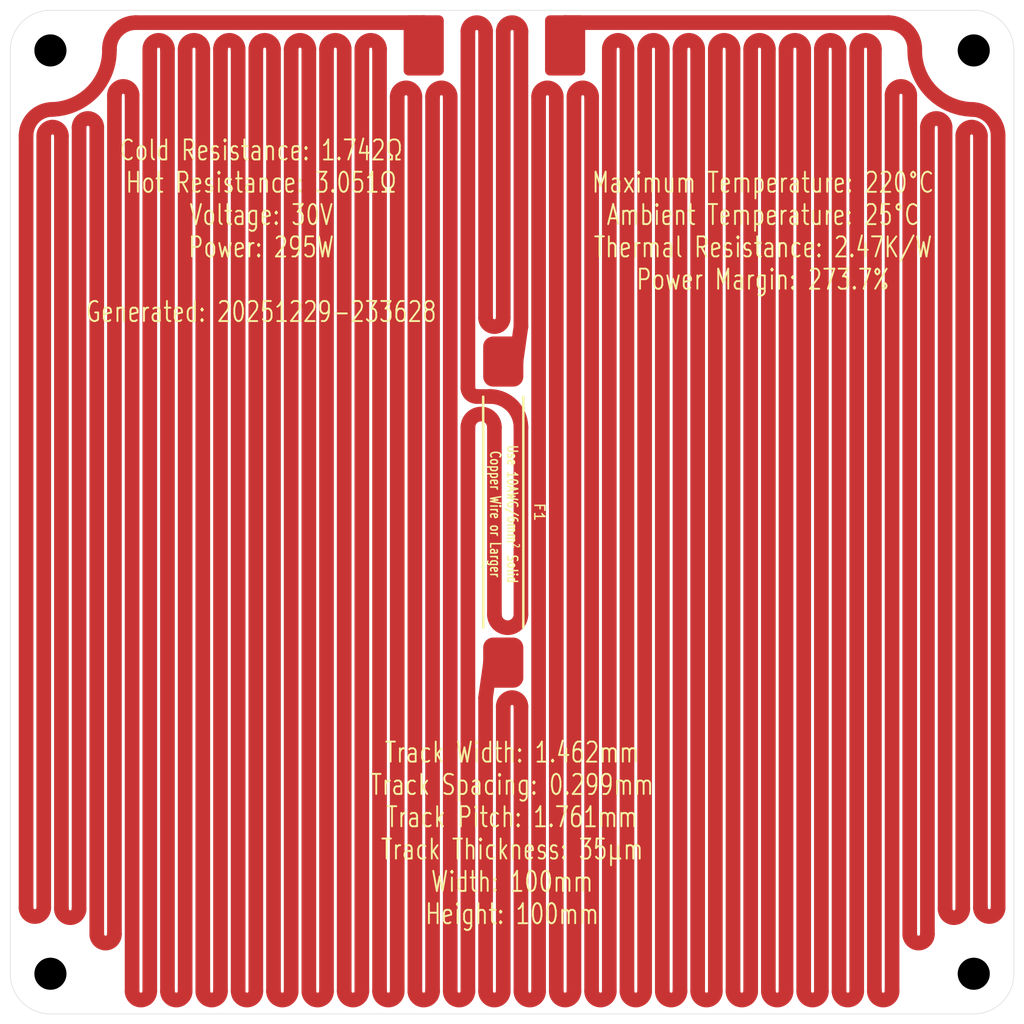
<source format=kicad_pcb>
(kicad_pcb (version 20241229) (generator "pcbnew") (generator_version "9.0")
  (layers (0 "F.Cu" signal) (2 "B.Cu" signal) (13 "F.Paste" user) (15 "B.Paste" user) (5 "F.SilkS" user "F.Silkscreen") (7 "B.SilkS" user "B.Silkscreen") (1 "F.Mask" user) (3 "B.Mask" user) (25 "Edge.Cuts" user))
  (net 0 "")
  (net 1 "Net-(J2-Pin_1)")
  (net 2 "Net-(J1-Pin_1)")
  (footprint "blg:MountingHole_3.2mm_M3_NoPad_TopLarge" (layer "F.Cu") (at 151 59)
    (property "Reference" "REF**" (hide yes))
    (property "Value" "MountingHole_3.2mm_M3_NoPad_TopLarge" (hide yes))
    (pad "" np_thru_hole circle (at 0 0) (size 7.6 7.6) (drill 3.2) (layers))
  )
  (footprint "blg:SMD_PowerConnection_4x6mm" (layer "F.Cu") (at 110.282999 58.5 -90)
    (property "Reference" "J2" (hide yes))
    (property "Value" "Hotplate_Power_Connection" (hide yes))
    (pad "1" smd roundrect (at 0 0 270) (size 6 4) (layers "F.Cu" "F.Mask" "F.Paste") (roundrect_rratio 0.125) (net 1 "Net-(J2-Pin_1)"))
  )
  (footprint "blg:MountingHole_3.2mm_M3_NoPad_TopLarge" (layer "F.Cu") (at 59 151)
    (property "Reference" "REF**" (hide yes))
    (property "Value" "MountingHole_3.2mm_M3_NoPad_TopLarge" (hide yes))
    (pad "" np_thru_hole circle (at 0 0) (size 7.6 7.6) (drill 3.2) (layers))
  )
  (footprint "blg:MountingHole_3.2mm_M3_NoPad_TopLarge" (layer "F.Cu") (at 151 151)
    (property "Reference" "REF**" (hide yes))
    (property "Value" "MountingHole_3.2mm_M3_NoPad_TopLarge" (hide yes))
    (pad "" np_thru_hole circle (at 0 0) (size 7.6 7.6) (drill 3.2) (layers))
  )
  (footprint "blg:SMD_PowerConnection_4x6mm" (layer "F.Cu") (at 96.195 58.5 -90)
    (property "Reference" "J1" (hide yes))
    (property "Value" "Hotplate_Power_Connection" (hide yes))
    (pad "1" smd roundrect (at 0 0 270) (size 6 4) (layers "F.Cu" "F.Mask" "F.Paste") (roundrect_rratio 0.125) (net 2 "Net-(J1-Pin_1)"))
  )
  (footprint "blg:Thermal Fuse, SN100C, Front, 35mm" (layer "F.Cu") (at 104.1195 105 -90)
    (property "Reference" "F1" (at 0 -3.6 270) (layer "F.SilkS"))
    (property "Value" "~")
    (fp_line (start -11.5 2) (end 11.5 2) (stroke (width 0.25)) (layer "F.SilkS"))
    (fp_line (start -11.5 -2) (end 11.5 -2) (stroke (width 0.25)) (layer "F.SilkS"))
    (fp_text user "Use 10AWG/6mm  Solid" (at 0.2 -0.9 270) (layer "F.SilkS") (effects (font (size 1 0.75))))
    (fp_text user "2" (at 3.35 -1.3 270) (layer "F.SilkS") (effects (font (size 0.6 0.4) (thickness 0.1))))
    (fp_text user "Copper Wire or Larger" (at 0.2 0.8 270) (layer "F.SilkS") (effects (font (size 1 0.75))))
    (pad "1" smd roundrect (at -15 0 270) (size 5 4) (layers "F.Cu" "F.Mask") (net 2 "Net-(J1-Pin_1)"))
    (pad "2" smd roundrect (at 15 0 270) (size 5 4) (layers "F.Cu" "F.Mask") (net 1 "Net-(J2-Pin_1)"))
  )
  (footprint "blg:MountingHole_3.2mm_M3_NoPad_TopLarge" (layer "F.Cu") (at 59 59)
    (property "Reference" "REF**" (hide yes))
    (property "Value" "MountingHole_3.2mm_M3_NoPad_TopLarge" (hide yes))
    (pad "" np_thru_hole circle (at 0 0) (size 7.6 7.6) (drill 3.2) (layers))
  )
  (gr_arc (start 55 59) (mid 56.171573 56.171573) (end 59 55) (stroke (width 0.05)) (layer "Edge.Cuts"))
  (gr_line (start 155 59) (end 155 151) (stroke (width 0.05)) (layer "Edge.Cuts"))
  (gr_arc (start 59 155) (mid 56.171573 153.828427) (end 55 151) (stroke (width 0.05)) (layer "Edge.Cuts"))
  (gr_line (start 59 155) (end 151 155) (stroke (width 0.05)) (layer "Edge.Cuts"))
  (gr_line (start 55 59) (end 55 151) (stroke (width 0.05)) (layer "Edge.Cuts"))
  (gr_arc (start 155 151) (mid 153.828427 153.828427) (end 151 155) (stroke (width 0.05)) (layer "Edge.Cuts"))
  (gr_arc (start 151 55) (mid 153.828427 56.171573) (end 155 59) (stroke (width 0.05)) (layer "Edge.Cuts"))
  (gr_line (start 59 55) (end 151 55) (stroke (width 0.05)) (layer "Edge.Cuts"))
  (gr_text "Track Width: 1.462mm\nTrack Spacing: 0.299mm\nTrack Pitch: 1.761mm\nTrack Thickness: 35µm\nWidth: 100mm\nHeight: 100mm" (at 105 137 0) (layer "F.SilkS") (effects (font (size 2 1.5) (thickness 0.1875))))
  (gr_text "Maximum Temperature: 220°C\nAmbient Temperature: 25°C\nThermal Resistance: 2.47K/W\nPower Margin: 273.7%" (at 130 77 0) (layer "F.SilkS") (effects (font (size 2 1.5) (thickness 0.1875))))
  (gr_text "Cold Resistance: 1.742Ω\nHot Resistance: 3.051Ω\nVoltage: 30V\nPower: 295W\n\nGenerated: 20251229-233628" (at 80 77 0) (layer "F.SilkS") (effects (font (size 2 1.5) (thickness 0.1875))))
  (segment (start 105.880499 124.3615) (end 105.880499 152.738999) (width 1.462) (layer "F.Cu") (net 1))
  (segment (start 137.5785 58.872499) (end 137.5785 152.738999) (width 1.462) (layer "F.Cu") (net 1))
  (segment (start 114.685499 152.738999) (end 114.685499 58.872499) (width 1.462) (layer "F.Cu") (net 1))
  (segment (start 112.9245 63.611499) (end 112.9245 152.738999) (width 1.462) (layer "F.Cu") (net 1))
  (segment (start 135.8175 152.738999) (end 135.8175 58.872499) (width 1.462) (layer "F.Cu") (net 1))
  (segment (start 141.100499 58.872499) (end 141.100499 152.738999) (width 1.462) (layer "F.Cu") (net 1))
  (segment (start 104.119499 152.738999) (end 104.119499 124.3615) (width 1.462) (layer "F.Cu") (net 1))
  (segment (start 142.478953 56.230999) (end 110.282999 56.230999) (width 1.462) (layer "F.Cu") (net 1))
  (segment (start 128.773499 152.738999) (end 128.773499 58.872499) (width 1.462) (layer "F.Cu") (net 1))
  (segment (start 127.0125 58.872499) (end 127.0125 152.738999) (width 1.462) (layer "F.Cu") (net 1))
  (segment (start 130.5345 58.872499) (end 130.5345 152.738999) (width 1.462) (layer "F.Cu") (net 1))
  (segment (start 148.1445 66.659424) (end 148.1445 144.533896) (width 1.462) (layer "F.Cu") (net 1))
  (segment (start 102.358499 123.481) (end 102.8505 120) (width 1.462) (layer "F.Cu") (net 1))
  (segment (start 139.3395 152.738999) (end 139.3395 58.872499) (width 1.462) (layer "F.Cu") (net 1))
  (segment (start 123.490499 58.872499) (end 123.490499 152.738999) (width 1.462) (layer "F.Cu") (net 1))
  (segment (start 109.4025 63.611499) (end 109.4025 152.738999) (width 1.462) (layer "F.Cu") (net 1))
  (segment (start 151.666499 67.519312) (end 151.666499 144.418365) (width 1.462) (layer "F.Cu") (net 1))
  (segment (start 102.358499 123.481) (end 102.358499 152.738999) (width 1.462) (layer "F.Cu") (net 1))
  (segment (start 153.427499 144.418365) (end 153.427499 67.519312) (width 1.462) (layer "F.Cu") (net 1))
  (segment (start 107.6415 152.738999) (end 107.6415 63.611499) (width 1.462) (layer "F.Cu") (net 1))
  (segment (start 111.1635 152.738999) (end 111.1635 63.611499) (width 1.462) (layer "F.Cu") (net 1))
  (segment (start 121.729499 152.738999) (end 121.729499 58.872499) (width 1.462) (layer "F.Cu") (net 1))
  (segment (start 142.8615 152.738999) (end 142.8615 63.466085) (width 1.462) (layer "F.Cu") (net 1))
  (segment (start 144.622499 63.466085) (end 144.622499 147.063743) (width 1.462) (layer "F.Cu") (net 1))
  (segment (start 116.4465 58.872499) (end 116.4465 152.738999) (width 1.462) (layer "F.Cu") (net 1))
  (segment (start 125.2515 152.738999) (end 125.2515 58.872499) (width 1.462) (layer "F.Cu") (net 1))
  (segment (start 149.9055 144.533896) (end 149.9055 67.519312) (width 1.462) (layer "F.Cu") (net 1))
  (segment (start 132.295499 152.738999) (end 132.295499 58.872499) (width 1.462) (layer "F.Cu") (net 1))
  (segment (start 146.3835 147.063743) (end 146.3835 66.659424) (width 1.462) (layer "F.Cu") (net 1))
  (segment (start 134.0565 58.872499) (end 134.0565 152.738999) (width 1.462) (layer "F.Cu") (net 1))
  (segment (start 118.2075 152.738999) (end 118.2075 58.872499) (width 1.462) (layer "F.Cu") (net 1))
  (segment (start 119.968499 58.872499) (end 119.968499 152.738999) (width 1.462) (layer "F.Cu") (net 1))
  (segment (start 102.8505 120) (end 104.1195 120) (width 1.462) (layer "F.Cu") (net 1))
  (segment (start 110.282999 56.230999) (end 110.282999 58.5) (width 1.462) (layer "F.Cu") (net 1))
  (arc (start 151.666499 144.418365) (mid 152.547 145.298865) (end 153.427499 144.418365) (width 1.462) (layer "F.Cu") (net 1))
  (arc (start 121.729499 58.872499) (mid 122.61 57.992) (end 123.490499 58.872499) (width 1.462) (layer "F.Cu") (net 1))
  (arc (start 128.773499 58.872499) (mid 129.654 57.992) (end 130.5345 58.872499) (width 1.462) (layer "F.Cu") (net 1))
  (arc (start 146.3835 66.659424) (mid 147.264 65.778924) (end 148.1445 66.659424) (width 1.462) (layer "F.Cu") (net 1))
  (arc (start 135.8175 58.872499) (mid 136.697999 57.992) (end 137.5785 58.872499) (width 1.462) (layer "F.Cu") (net 1))
  (arc (start 137.5785 152.738999) (mid 138.459 153.6195) (end 139.3395 152.738999) (width 1.462) (layer "F.Cu") (net 1))
  (arc (start 132.295499 58.872499) (mid 133.175999 57.992) (end 134.0565 58.872499) (width 1.462) (layer "F.Cu") (net 1))
  (arc (start 118.2075 58.872499) (mid 119.088 57.992) (end 119.968499 58.872499) (width 1.462) (layer "F.Cu") (net 1))
  (arc (start 130.5345 152.738999) (mid 131.414999 153.6195) (end 132.295499 152.738999) (width 1.462) (layer "F.Cu") (net 1))
  (arc (start 102.358499 152.738999) (mid 103.239 153.6195) (end 104.119499 152.738999) (width 1.462) (layer "F.Cu") (net 1))
  (arc (start 134.0565 152.738999) (mid 134.937 153.6195) (end 135.8175 152.738999) (width 1.462) (layer "F.Cu") (net 1))
  (arc (start 148.1445 144.533896) (mid 149.024999 145.414396) (end 149.9055 144.533896) (width 1.462) (layer "F.Cu") (net 1))
  (arc (start 153.427499 67.519312) (mid 152.683673 65.681825) (end 150.852331 64.878645) (width 1.462) (layer "F.Cu") (net 1))
  (arc (start 144.622499 147.063743) (mid 145.503 147.944243) (end 146.3835 147.063743) (width 1.462) (layer "F.Cu") (net 1))
  (arc (start 104.119499 124.3615) (mid 105 123.481) (end 105.880499 124.3615) (width 1.462) (layer "F.Cu") (net 1))
  (arc (start 111.1635 63.611499) (mid 112.044 62.730999) (end 112.9245 63.611499) (width 1.462) (layer "F.Cu") (net 1))
  (arc (start 116.4465 152.738999) (mid 117.327 153.6195) (end 118.2075 152.738999) (width 1.462) (layer "F.Cu") (net 1))
  (arc (start 141.100499 152.738999) (mid 141.981 153.6195) (end 142.8615 152.738999) (width 1.462) (layer "F.Cu") (net 1))
  (arc (start 149.9055 67.519312) (mid 150.786 66.638812) (end 151.666499 67.519312) (width 1.462) (layer "F.Cu") (net 1))
  (arc (start 123.490499 152.738999) (mid 124.371 153.6195) (end 125.2515 152.738999) (width 1.462) (layer "F.Cu") (net 1))
  (arc (start 105.880499 152.738999) (mid 106.761 153.6195) (end 107.6415 152.738999) (width 1.462) (layer "F.Cu") (net 1))
  (arc (start 119.968499 152.738999) (mid 120.849 153.6195) (end 121.729499 152.738999) (width 1.462) (layer "F.Cu") (net 1))
  (arc (start 150.852331 64.878645) (mid 146.759378 63.073991) (end 145.120158 58.91202) (width 1.462) (layer "F.Cu") (net 1))
  (arc (start 142.8615 63.466085) (mid 143.742 62.585585) (end 144.622499 63.466085) (width 1.462) (layer "F.Cu") (net 1))
  (arc (start 109.4025 152.738999) (mid 110.282999 153.6195) (end 111.1635 152.738999) (width 1.462) (layer "F.Cu") (net 1))
  (arc (start 107.6415 63.611499) (mid 108.521999 62.730999) (end 109.4025 63.611499) (width 1.462) (layer "F.Cu") (net 1))
  (arc (start 127.0125 152.738999) (mid 127.893 153.6195) (end 128.773499 152.738999) (width 1.462) (layer "F.Cu") (net 1))
  (arc (start 142.478953 56.230999) (mid 144.360697 57.018702) (end 145.120158 58.91202) (width 1.462) (layer "F.Cu") (net 1))
  (arc (start 125.2515 58.872499) (mid 126.131999 57.992) (end 127.0125 58.872499) (width 1.462) (layer "F.Cu") (net 1))
  (arc (start 139.3395 58.872499) (mid 140.219999 57.992) (end 141.100499 58.872499) (width 1.462) (layer "F.Cu") (net 1))
  (arc (start 112.9245 152.738999) (mid 113.805 153.6195) (end 114.685499 152.738999) (width 1.462) (layer "F.Cu") (net 1))
  (arc (start 114.685499 58.872499) (mid 115.565999 57.992) (end 116.4465 58.872499) (width 1.462) (layer "F.Cu") (net 1))
  (segment (start 81.226499 152.738999) (end 81.226499 58.872499) (width 1.462) (layer "F.Cu") (net 2))
  (segment (start 58.333499 67.519312) (end 58.333499 144.418365) (width 1.462) (layer "F.Cu") (net 2))
  (segment (start 77.7045 152.738999) (end 77.7045 58.872499) (width 1.462) (layer "F.Cu") (net 2))
  (segment (start 74.1825 152.738999) (end 74.1825 58.872499) (width 1.462) (layer "F.Cu") (net 2))
  (segment (start 97.075499 63.611499) (end 97.075499 152.738999) (width 1.462) (layer "F.Cu") (net 2))
  (segment (start 86.509499 58.872499) (end 86.509499 152.738999) (width 1.462) (layer "F.Cu") (net 2))
  (segment (start 67.1385 152.738999) (end 67.1385 63.466085) (width 1.462) (layer "F.Cu") (net 2))
  (segment (start 79.465499 58.872499) (end 79.465499 152.738999) (width 1.462) (layer "F.Cu") (net 2))
  (segment (start 98.8365 152.738999) (end 98.8365 63.611499) (width 1.462) (layer "F.Cu") (net 2))
  (segment (start 56.5725 144.418365) (end 56.5725 67.519312) (width 1.462) (layer "F.Cu") (net 2))
  (segment (start 63.616499 147.063743) (end 63.616499 66.659424) (width 1.462) (layer "F.Cu") (net 2))
  (segment (start 102.358499 85.6385) (end 102.358499 57.111499) (width 1.462) (layer "F.Cu") (net 2))
  (segment (start 84.7485 152.738999) (end 84.7485 58.872499) (width 1.462) (layer "F.Cu") (net 2))
  (segment (start 61.855499 66.659424) (end 61.855499 144.533896) (width 1.462) (layer "F.Cu") (net 2))
  (segment (start 105.3885 90) (end 104.1195 90) (width 1.462) (layer "F.Cu") (net 2))
  (segment (start 95.3145 152.738999) (end 95.3145 63.611499) (width 1.462) (layer "F.Cu") (net 2))
  (segment (start 88.2705 152.738999) (end 88.2705 58.872499) (width 1.462) (layer "F.Cu") (net 2))
  (segment (start 100.5975 96.56275) (end 100.5975 152.738999) (width 1.462) (layer "F.Cu") (net 2))
  (segment (start 90.0315 58.872499) (end 90.0315 152.738999) (width 1.462) (layer "F.Cu") (net 2))
  (segment (start 91.7925 152.738999) (end 91.7925 58.872499) (width 1.462) (layer "F.Cu") (net 2))
  (segment (start 68.8995 58.872499) (end 68.8995 152.738999) (width 1.462) (layer "F.Cu") (net 2))
  (segment (start 70.6605 152.738999) (end 70.6605 58.872499) (width 1.462) (layer "F.Cu") (net 2))
  (segment (start 105.880499 86.519) (end 105.880499 57.111499) (width 1.462) (layer "F.Cu") (net 2))
  (segment (start 96.195 56.230999) (end 96.195 58.5) (width 1.462) (layer "F.Cu") (net 2))
  (segment (start 67.521046 56.230999) (end 96.195 56.230999) (width 1.462) (layer "F.Cu") (net 2))
  (segment (start 65.3775 63.466085) (end 65.3775 147.063743) (width 1.462) (layer "F.Cu") (net 2))
  (segment (start 75.9435 58.872499) (end 75.9435 152.738999) (width 1.462) (layer "F.Cu") (net 2))
  (segment (start 100.5975 57.111499) (end 100.5975 92.600499) (width 1.462) (layer "F.Cu") (net 2))
  (segment (start 72.4215 58.872499) (end 72.4215 152.738999) (width 1.462) (layer "F.Cu") (net 2))
  (segment (start 82.9875 58.872499) (end 82.9875 152.738999) (width 1.462) (layer "F.Cu") (net 2))
  (segment (start 60.0945 144.533896) (end 60.0945 67.519312) (width 1.462) (layer "F.Cu") (net 2))
  (segment (start 105.880499 96.56275) (end 105.880499 115.198249) (width 1.462) (layer "F.Cu") (net 2))
  (segment (start 105.880499 86.519) (end 105.3885 90) (width 1.462) (layer "F.Cu") (net 2))
  (segment (start 101.478 93.481) (end 102.79875 93.481) (width 1.462) (layer "F.Cu") (net 2))
  (segment (start 104.119499 57.111499) (end 104.119499 85.6385) (width 1.462) (layer "F.Cu") (net 2))
  (segment (start 93.5535 63.611499) (end 93.5535 152.738999) (width 1.462) (layer "F.Cu") (net 2))
  (segment (start 103.239 115.198249) (end 103.239 96.56275) (width 1.462) (layer "F.Cu") (net 2))
  (arc (start 70.6605 58.872499) (mid 69.78 57.992) (end 68.8995 58.872499) (width 1.462) (layer "F.Cu") (net 2))
  (arc (start 95.3145 63.611499) (mid 94.433999 62.730999) (end 93.5535 63.611499) (width 1.462) (layer "F.Cu") (net 2))
  (arc (start 104.119499 85.6385) (mid 103.239 86.519) (end 102.358499 85.6385) (width 1.462) (layer "F.Cu") (net 2))
  (arc (start 67.1385 63.466085) (mid 66.257999 62.585585) (end 65.3775 63.466085) (width 1.462) (layer "F.Cu") (net 2))
  (arc (start 88.2705 58.872499) (mid 87.39 57.992) (end 86.509499 58.872499) (width 1.462) (layer "F.Cu") (net 2))
  (arc (start 59.147668 64.878645) (mid 63.240621 63.073991) (end 64.879841 58.91202) (width 1.462) (layer "F.Cu") (net 2))
  (arc (start 75.9435 152.738999) (mid 75.062999 153.6195) (end 74.1825 152.738999) (width 1.462) (layer "F.Cu") (net 2))
  (arc (start 86.509499 152.738999) (mid 85.628999 153.6195) (end 84.7485 152.738999) (width 1.462) (layer "F.Cu") (net 2))
  (arc (start 72.4215 152.738999) (mid 71.541 153.6195) (end 70.6605 152.738999) (width 1.462) (layer "F.Cu") (net 2))
  (arc (start 91.7925 58.872499) (mid 90.911999 57.992) (end 90.0315 58.872499) (width 1.462) (layer "F.Cu") (net 2))
  (arc (start 74.1825 58.872499) (mid 73.301999 57.992) (end 72.4215 58.872499) (width 1.462) (layer "F.Cu") (net 2))
  (arc (start 67.521046 56.230999) (mid 65.639302 57.018702) (end 64.879841 58.91202) (width 1.462) (layer "F.Cu") (net 2))
  (arc (start 79.465499 152.738999) (mid 78.585 153.6195) (end 77.7045 152.738999) (width 1.462) (layer "F.Cu") (net 2))
  (arc (start 101.478 93.481) (mid 100.855392 93.223107) (end 100.5975 92.600499) (width 1.462) (layer "F.Cu") (net 2))
  (arc (start 103.239 96.56275) (mid 101.91825 95.241999) (end 100.5975 96.56275) (width 1.462) (layer "F.Cu") (net 2))
  (arc (start 77.7045 58.872499) (mid 76.824 57.992) (end 75.9435 58.872499) (width 1.462) (layer "F.Cu") (net 2))
  (arc (start 90.0315 152.738999) (mid 89.151 153.6195) (end 88.2705 152.738999) (width 1.462) (layer "F.Cu") (net 2))
  (arc (start 102.358499 57.111499) (mid 101.477999 56.230999) (end 100.5975 57.111499) (width 1.462) (layer "F.Cu") (net 2))
  (arc (start 93.5535 152.738999) (mid 92.672999 153.6195) (end 91.7925 152.738999) (width 1.462) (layer "F.Cu") (net 2))
  (arc (start 60.0945 67.519312) (mid 59.214 66.638812) (end 58.333499 67.519312) (width 1.462) (layer "F.Cu") (net 2))
  (arc (start 56.5725 67.519312) (mid 57.316326 65.681825) (end 59.147668 64.878645) (width 1.462) (layer "F.Cu") (net 2))
  (arc (start 68.8995 152.738999) (mid 68.018999 153.6195) (end 67.1385 152.738999) (width 1.462) (layer "F.Cu") (net 2))
  (arc (start 63.616499 66.659424) (mid 62.736 65.778924) (end 61.855499 66.659424) (width 1.462) (layer "F.Cu") (net 2))
  (arc (start 105.880499 57.111499) (mid 105 56.230999) (end 104.119499 57.111499) (width 1.462) (layer "F.Cu") (net 2))
  (arc (start 65.3775 147.063743) (mid 64.497 147.944243) (end 63.616499 147.063743) (width 1.462) (layer "F.Cu") (net 2))
  (arc (start 97.075499 152.738999) (mid 96.195 153.6195) (end 95.3145 152.738999) (width 1.462) (layer "F.Cu") (net 2))
  (arc (start 58.333499 144.418365) (mid 57.452999 145.298865) (end 56.5725 144.418365) (width 1.462) (layer "F.Cu") (net 2))
  (arc (start 61.855499 144.533896) (mid 60.974999 145.414396) (end 60.0945 144.533896) (width 1.462) (layer "F.Cu") (net 2))
  (arc (start 98.8365 63.611499) (mid 97.956 62.730999) (end 97.075499 63.611499) (width 1.462) (layer "F.Cu") (net 2))
  (arc (start 102.79875 93.481) (mid 104.977876 94.383623) (end 105.880499 96.56275) (width 1.462) (layer "F.Cu") (net 2))
  (arc (start 105.880499 115.198249) (mid 104.55975 116.518999) (end 103.239 115.198249) (width 1.462) (layer "F.Cu") (net 2))
  (arc (start 100.5975 152.738999) (mid 99.717 153.6195) (end 98.8365 152.738999) (width 1.462) (layer "F.Cu") (net 2))
  (arc (start 84.7485 58.872499) (mid 83.868 57.992) (end 82.9875 58.872499) (width 1.462) (layer "F.Cu") (net 2))
  (arc (start 81.226499 58.872499) (mid 80.346 57.992) (end 79.465499 58.872499) (width 1.462) (layer "F.Cu") (net 2))
  (arc (start 82.9875 152.738999) (mid 82.107 153.6195) (end 81.226499 152.738999) (width 1.462) (layer "F.Cu") (net 2))
)
</source>
